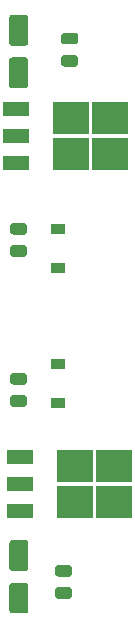
<source format=gbr>
G04 #@! TF.GenerationSoftware,KiCad,Pcbnew,5.1.5-52549c5~84~ubuntu18.04.1*
G04 #@! TF.CreationDate,2020-05-16T16:19:51-04:00*
G04 #@! TF.ProjectId,PWR_SUPPLY,5057525f-5355-4505-904c-592e6b696361,rev?*
G04 #@! TF.SameCoordinates,Original*
G04 #@! TF.FileFunction,Paste,Top*
G04 #@! TF.FilePolarity,Positive*
%FSLAX46Y46*%
G04 Gerber Fmt 4.6, Leading zero omitted, Abs format (unit mm)*
G04 Created by KiCad (PCBNEW 5.1.5-52549c5~84~ubuntu18.04.1) date 2020-05-16 16:19:51*
%MOMM*%
%LPD*%
G04 APERTURE LIST*
%ADD10R,3.050000X2.750000*%
%ADD11R,2.200000X1.200000*%
%ADD12R,1.200000X0.900000*%
%ADD13C,0.100000*%
G04 APERTURE END LIST*
D10*
X157583000Y-78995000D03*
X160933000Y-75945000D03*
X157583000Y-75945000D03*
X160933000Y-78995000D03*
D11*
X152958000Y-79750000D03*
X152958000Y-77470000D03*
X152958000Y-75190000D03*
D10*
X157905000Y-108459000D03*
X161255000Y-105409000D03*
X157905000Y-105409000D03*
X161255000Y-108459000D03*
D11*
X153280000Y-109214000D03*
X153280000Y-106934000D03*
X153280000Y-104654000D03*
D12*
X156464000Y-96776000D03*
X156464000Y-100076000D03*
X156464000Y-88644000D03*
X156464000Y-85344000D03*
D13*
G36*
X153642142Y-97557674D02*
G01*
X153665803Y-97561184D01*
X153689007Y-97566996D01*
X153711529Y-97575054D01*
X153733153Y-97585282D01*
X153753670Y-97597579D01*
X153772883Y-97611829D01*
X153790607Y-97627893D01*
X153806671Y-97645617D01*
X153820921Y-97664830D01*
X153833218Y-97685347D01*
X153843446Y-97706971D01*
X153851504Y-97729493D01*
X153857316Y-97752697D01*
X153860826Y-97776358D01*
X153862000Y-97800250D01*
X153862000Y-98287750D01*
X153860826Y-98311642D01*
X153857316Y-98335303D01*
X153851504Y-98358507D01*
X153843446Y-98381029D01*
X153833218Y-98402653D01*
X153820921Y-98423170D01*
X153806671Y-98442383D01*
X153790607Y-98460107D01*
X153772883Y-98476171D01*
X153753670Y-98490421D01*
X153733153Y-98502718D01*
X153711529Y-98512946D01*
X153689007Y-98521004D01*
X153665803Y-98526816D01*
X153642142Y-98530326D01*
X153618250Y-98531500D01*
X152705750Y-98531500D01*
X152681858Y-98530326D01*
X152658197Y-98526816D01*
X152634993Y-98521004D01*
X152612471Y-98512946D01*
X152590847Y-98502718D01*
X152570330Y-98490421D01*
X152551117Y-98476171D01*
X152533393Y-98460107D01*
X152517329Y-98442383D01*
X152503079Y-98423170D01*
X152490782Y-98402653D01*
X152480554Y-98381029D01*
X152472496Y-98358507D01*
X152466684Y-98335303D01*
X152463174Y-98311642D01*
X152462000Y-98287750D01*
X152462000Y-97800250D01*
X152463174Y-97776358D01*
X152466684Y-97752697D01*
X152472496Y-97729493D01*
X152480554Y-97706971D01*
X152490782Y-97685347D01*
X152503079Y-97664830D01*
X152517329Y-97645617D01*
X152533393Y-97627893D01*
X152551117Y-97611829D01*
X152570330Y-97597579D01*
X152590847Y-97585282D01*
X152612471Y-97575054D01*
X152634993Y-97566996D01*
X152658197Y-97561184D01*
X152681858Y-97557674D01*
X152705750Y-97556500D01*
X153618250Y-97556500D01*
X153642142Y-97557674D01*
G37*
G36*
X153642142Y-99432674D02*
G01*
X153665803Y-99436184D01*
X153689007Y-99441996D01*
X153711529Y-99450054D01*
X153733153Y-99460282D01*
X153753670Y-99472579D01*
X153772883Y-99486829D01*
X153790607Y-99502893D01*
X153806671Y-99520617D01*
X153820921Y-99539830D01*
X153833218Y-99560347D01*
X153843446Y-99581971D01*
X153851504Y-99604493D01*
X153857316Y-99627697D01*
X153860826Y-99651358D01*
X153862000Y-99675250D01*
X153862000Y-100162750D01*
X153860826Y-100186642D01*
X153857316Y-100210303D01*
X153851504Y-100233507D01*
X153843446Y-100256029D01*
X153833218Y-100277653D01*
X153820921Y-100298170D01*
X153806671Y-100317383D01*
X153790607Y-100335107D01*
X153772883Y-100351171D01*
X153753670Y-100365421D01*
X153733153Y-100377718D01*
X153711529Y-100387946D01*
X153689007Y-100396004D01*
X153665803Y-100401816D01*
X153642142Y-100405326D01*
X153618250Y-100406500D01*
X152705750Y-100406500D01*
X152681858Y-100405326D01*
X152658197Y-100401816D01*
X152634993Y-100396004D01*
X152612471Y-100387946D01*
X152590847Y-100377718D01*
X152570330Y-100365421D01*
X152551117Y-100351171D01*
X152533393Y-100335107D01*
X152517329Y-100317383D01*
X152503079Y-100298170D01*
X152490782Y-100277653D01*
X152480554Y-100256029D01*
X152472496Y-100233507D01*
X152466684Y-100210303D01*
X152463174Y-100186642D01*
X152462000Y-100162750D01*
X152462000Y-99675250D01*
X152463174Y-99651358D01*
X152466684Y-99627697D01*
X152472496Y-99604493D01*
X152480554Y-99581971D01*
X152490782Y-99560347D01*
X152503079Y-99539830D01*
X152517329Y-99520617D01*
X152533393Y-99502893D01*
X152551117Y-99486829D01*
X152570330Y-99472579D01*
X152590847Y-99460282D01*
X152612471Y-99450054D01*
X152634993Y-99441996D01*
X152658197Y-99436184D01*
X152681858Y-99432674D01*
X152705750Y-99431500D01*
X153618250Y-99431500D01*
X153642142Y-99432674D01*
G37*
G36*
X153642142Y-86732674D02*
G01*
X153665803Y-86736184D01*
X153689007Y-86741996D01*
X153711529Y-86750054D01*
X153733153Y-86760282D01*
X153753670Y-86772579D01*
X153772883Y-86786829D01*
X153790607Y-86802893D01*
X153806671Y-86820617D01*
X153820921Y-86839830D01*
X153833218Y-86860347D01*
X153843446Y-86881971D01*
X153851504Y-86904493D01*
X153857316Y-86927697D01*
X153860826Y-86951358D01*
X153862000Y-86975250D01*
X153862000Y-87462750D01*
X153860826Y-87486642D01*
X153857316Y-87510303D01*
X153851504Y-87533507D01*
X153843446Y-87556029D01*
X153833218Y-87577653D01*
X153820921Y-87598170D01*
X153806671Y-87617383D01*
X153790607Y-87635107D01*
X153772883Y-87651171D01*
X153753670Y-87665421D01*
X153733153Y-87677718D01*
X153711529Y-87687946D01*
X153689007Y-87696004D01*
X153665803Y-87701816D01*
X153642142Y-87705326D01*
X153618250Y-87706500D01*
X152705750Y-87706500D01*
X152681858Y-87705326D01*
X152658197Y-87701816D01*
X152634993Y-87696004D01*
X152612471Y-87687946D01*
X152590847Y-87677718D01*
X152570330Y-87665421D01*
X152551117Y-87651171D01*
X152533393Y-87635107D01*
X152517329Y-87617383D01*
X152503079Y-87598170D01*
X152490782Y-87577653D01*
X152480554Y-87556029D01*
X152472496Y-87533507D01*
X152466684Y-87510303D01*
X152463174Y-87486642D01*
X152462000Y-87462750D01*
X152462000Y-86975250D01*
X152463174Y-86951358D01*
X152466684Y-86927697D01*
X152472496Y-86904493D01*
X152480554Y-86881971D01*
X152490782Y-86860347D01*
X152503079Y-86839830D01*
X152517329Y-86820617D01*
X152533393Y-86802893D01*
X152551117Y-86786829D01*
X152570330Y-86772579D01*
X152590847Y-86760282D01*
X152612471Y-86750054D01*
X152634993Y-86741996D01*
X152658197Y-86736184D01*
X152681858Y-86732674D01*
X152705750Y-86731500D01*
X153618250Y-86731500D01*
X153642142Y-86732674D01*
G37*
G36*
X153642142Y-84857674D02*
G01*
X153665803Y-84861184D01*
X153689007Y-84866996D01*
X153711529Y-84875054D01*
X153733153Y-84885282D01*
X153753670Y-84897579D01*
X153772883Y-84911829D01*
X153790607Y-84927893D01*
X153806671Y-84945617D01*
X153820921Y-84964830D01*
X153833218Y-84985347D01*
X153843446Y-85006971D01*
X153851504Y-85029493D01*
X153857316Y-85052697D01*
X153860826Y-85076358D01*
X153862000Y-85100250D01*
X153862000Y-85587750D01*
X153860826Y-85611642D01*
X153857316Y-85635303D01*
X153851504Y-85658507D01*
X153843446Y-85681029D01*
X153833218Y-85702653D01*
X153820921Y-85723170D01*
X153806671Y-85742383D01*
X153790607Y-85760107D01*
X153772883Y-85776171D01*
X153753670Y-85790421D01*
X153733153Y-85802718D01*
X153711529Y-85812946D01*
X153689007Y-85821004D01*
X153665803Y-85826816D01*
X153642142Y-85830326D01*
X153618250Y-85831500D01*
X152705750Y-85831500D01*
X152681858Y-85830326D01*
X152658197Y-85826816D01*
X152634993Y-85821004D01*
X152612471Y-85812946D01*
X152590847Y-85802718D01*
X152570330Y-85790421D01*
X152551117Y-85776171D01*
X152533393Y-85760107D01*
X152517329Y-85742383D01*
X152503079Y-85723170D01*
X152490782Y-85702653D01*
X152480554Y-85681029D01*
X152472496Y-85658507D01*
X152466684Y-85635303D01*
X152463174Y-85611642D01*
X152462000Y-85587750D01*
X152462000Y-85100250D01*
X152463174Y-85076358D01*
X152466684Y-85052697D01*
X152472496Y-85029493D01*
X152480554Y-85006971D01*
X152490782Y-84985347D01*
X152503079Y-84964830D01*
X152517329Y-84945617D01*
X152533393Y-84927893D01*
X152551117Y-84911829D01*
X152570330Y-84897579D01*
X152590847Y-84885282D01*
X152612471Y-84875054D01*
X152634993Y-84866996D01*
X152658197Y-84861184D01*
X152681858Y-84857674D01*
X152705750Y-84856500D01*
X153618250Y-84856500D01*
X153642142Y-84857674D01*
G37*
G36*
X157452142Y-115688674D02*
G01*
X157475803Y-115692184D01*
X157499007Y-115697996D01*
X157521529Y-115706054D01*
X157543153Y-115716282D01*
X157563670Y-115728579D01*
X157582883Y-115742829D01*
X157600607Y-115758893D01*
X157616671Y-115776617D01*
X157630921Y-115795830D01*
X157643218Y-115816347D01*
X157653446Y-115837971D01*
X157661504Y-115860493D01*
X157667316Y-115883697D01*
X157670826Y-115907358D01*
X157672000Y-115931250D01*
X157672000Y-116418750D01*
X157670826Y-116442642D01*
X157667316Y-116466303D01*
X157661504Y-116489507D01*
X157653446Y-116512029D01*
X157643218Y-116533653D01*
X157630921Y-116554170D01*
X157616671Y-116573383D01*
X157600607Y-116591107D01*
X157582883Y-116607171D01*
X157563670Y-116621421D01*
X157543153Y-116633718D01*
X157521529Y-116643946D01*
X157499007Y-116652004D01*
X157475803Y-116657816D01*
X157452142Y-116661326D01*
X157428250Y-116662500D01*
X156515750Y-116662500D01*
X156491858Y-116661326D01*
X156468197Y-116657816D01*
X156444993Y-116652004D01*
X156422471Y-116643946D01*
X156400847Y-116633718D01*
X156380330Y-116621421D01*
X156361117Y-116607171D01*
X156343393Y-116591107D01*
X156327329Y-116573383D01*
X156313079Y-116554170D01*
X156300782Y-116533653D01*
X156290554Y-116512029D01*
X156282496Y-116489507D01*
X156276684Y-116466303D01*
X156273174Y-116442642D01*
X156272000Y-116418750D01*
X156272000Y-115931250D01*
X156273174Y-115907358D01*
X156276684Y-115883697D01*
X156282496Y-115860493D01*
X156290554Y-115837971D01*
X156300782Y-115816347D01*
X156313079Y-115795830D01*
X156327329Y-115776617D01*
X156343393Y-115758893D01*
X156361117Y-115742829D01*
X156380330Y-115728579D01*
X156400847Y-115716282D01*
X156422471Y-115706054D01*
X156444993Y-115697996D01*
X156468197Y-115692184D01*
X156491858Y-115688674D01*
X156515750Y-115687500D01*
X157428250Y-115687500D01*
X157452142Y-115688674D01*
G37*
G36*
X157452142Y-113813674D02*
G01*
X157475803Y-113817184D01*
X157499007Y-113822996D01*
X157521529Y-113831054D01*
X157543153Y-113841282D01*
X157563670Y-113853579D01*
X157582883Y-113867829D01*
X157600607Y-113883893D01*
X157616671Y-113901617D01*
X157630921Y-113920830D01*
X157643218Y-113941347D01*
X157653446Y-113962971D01*
X157661504Y-113985493D01*
X157667316Y-114008697D01*
X157670826Y-114032358D01*
X157672000Y-114056250D01*
X157672000Y-114543750D01*
X157670826Y-114567642D01*
X157667316Y-114591303D01*
X157661504Y-114614507D01*
X157653446Y-114637029D01*
X157643218Y-114658653D01*
X157630921Y-114679170D01*
X157616671Y-114698383D01*
X157600607Y-114716107D01*
X157582883Y-114732171D01*
X157563670Y-114746421D01*
X157543153Y-114758718D01*
X157521529Y-114768946D01*
X157499007Y-114777004D01*
X157475803Y-114782816D01*
X157452142Y-114786326D01*
X157428250Y-114787500D01*
X156515750Y-114787500D01*
X156491858Y-114786326D01*
X156468197Y-114782816D01*
X156444993Y-114777004D01*
X156422471Y-114768946D01*
X156400847Y-114758718D01*
X156380330Y-114746421D01*
X156361117Y-114732171D01*
X156343393Y-114716107D01*
X156327329Y-114698383D01*
X156313079Y-114679170D01*
X156300782Y-114658653D01*
X156290554Y-114637029D01*
X156282496Y-114614507D01*
X156276684Y-114591303D01*
X156273174Y-114567642D01*
X156272000Y-114543750D01*
X156272000Y-114056250D01*
X156273174Y-114032358D01*
X156276684Y-114008697D01*
X156282496Y-113985493D01*
X156290554Y-113962971D01*
X156300782Y-113941347D01*
X156313079Y-113920830D01*
X156327329Y-113901617D01*
X156343393Y-113883893D01*
X156361117Y-113867829D01*
X156380330Y-113853579D01*
X156400847Y-113841282D01*
X156422471Y-113831054D01*
X156444993Y-113822996D01*
X156468197Y-113817184D01*
X156491858Y-113813674D01*
X156515750Y-113812500D01*
X157428250Y-113812500D01*
X157452142Y-113813674D01*
G37*
G36*
X157960142Y-68758674D02*
G01*
X157983803Y-68762184D01*
X158007007Y-68767996D01*
X158029529Y-68776054D01*
X158051153Y-68786282D01*
X158071670Y-68798579D01*
X158090883Y-68812829D01*
X158108607Y-68828893D01*
X158124671Y-68846617D01*
X158138921Y-68865830D01*
X158151218Y-68886347D01*
X158161446Y-68907971D01*
X158169504Y-68930493D01*
X158175316Y-68953697D01*
X158178826Y-68977358D01*
X158180000Y-69001250D01*
X158180000Y-69488750D01*
X158178826Y-69512642D01*
X158175316Y-69536303D01*
X158169504Y-69559507D01*
X158161446Y-69582029D01*
X158151218Y-69603653D01*
X158138921Y-69624170D01*
X158124671Y-69643383D01*
X158108607Y-69661107D01*
X158090883Y-69677171D01*
X158071670Y-69691421D01*
X158051153Y-69703718D01*
X158029529Y-69713946D01*
X158007007Y-69722004D01*
X157983803Y-69727816D01*
X157960142Y-69731326D01*
X157936250Y-69732500D01*
X157023750Y-69732500D01*
X156999858Y-69731326D01*
X156976197Y-69727816D01*
X156952993Y-69722004D01*
X156930471Y-69713946D01*
X156908847Y-69703718D01*
X156888330Y-69691421D01*
X156869117Y-69677171D01*
X156851393Y-69661107D01*
X156835329Y-69643383D01*
X156821079Y-69624170D01*
X156808782Y-69603653D01*
X156798554Y-69582029D01*
X156790496Y-69559507D01*
X156784684Y-69536303D01*
X156781174Y-69512642D01*
X156780000Y-69488750D01*
X156780000Y-69001250D01*
X156781174Y-68977358D01*
X156784684Y-68953697D01*
X156790496Y-68930493D01*
X156798554Y-68907971D01*
X156808782Y-68886347D01*
X156821079Y-68865830D01*
X156835329Y-68846617D01*
X156851393Y-68828893D01*
X156869117Y-68812829D01*
X156888330Y-68798579D01*
X156908847Y-68786282D01*
X156930471Y-68776054D01*
X156952993Y-68767996D01*
X156976197Y-68762184D01*
X156999858Y-68758674D01*
X157023750Y-68757500D01*
X157936250Y-68757500D01*
X157960142Y-68758674D01*
G37*
G36*
X157960142Y-70633674D02*
G01*
X157983803Y-70637184D01*
X158007007Y-70642996D01*
X158029529Y-70651054D01*
X158051153Y-70661282D01*
X158071670Y-70673579D01*
X158090883Y-70687829D01*
X158108607Y-70703893D01*
X158124671Y-70721617D01*
X158138921Y-70740830D01*
X158151218Y-70761347D01*
X158161446Y-70782971D01*
X158169504Y-70805493D01*
X158175316Y-70828697D01*
X158178826Y-70852358D01*
X158180000Y-70876250D01*
X158180000Y-71363750D01*
X158178826Y-71387642D01*
X158175316Y-71411303D01*
X158169504Y-71434507D01*
X158161446Y-71457029D01*
X158151218Y-71478653D01*
X158138921Y-71499170D01*
X158124671Y-71518383D01*
X158108607Y-71536107D01*
X158090883Y-71552171D01*
X158071670Y-71566421D01*
X158051153Y-71578718D01*
X158029529Y-71588946D01*
X158007007Y-71597004D01*
X157983803Y-71602816D01*
X157960142Y-71606326D01*
X157936250Y-71607500D01*
X157023750Y-71607500D01*
X156999858Y-71606326D01*
X156976197Y-71602816D01*
X156952993Y-71597004D01*
X156930471Y-71588946D01*
X156908847Y-71578718D01*
X156888330Y-71566421D01*
X156869117Y-71552171D01*
X156851393Y-71536107D01*
X156835329Y-71518383D01*
X156821079Y-71499170D01*
X156808782Y-71478653D01*
X156798554Y-71457029D01*
X156790496Y-71434507D01*
X156784684Y-71411303D01*
X156781174Y-71387642D01*
X156780000Y-71363750D01*
X156780000Y-70876250D01*
X156781174Y-70852358D01*
X156784684Y-70828697D01*
X156790496Y-70805493D01*
X156798554Y-70782971D01*
X156808782Y-70761347D01*
X156821079Y-70740830D01*
X156835329Y-70721617D01*
X156851393Y-70703893D01*
X156869117Y-70687829D01*
X156888330Y-70673579D01*
X156908847Y-70661282D01*
X156930471Y-70651054D01*
X156952993Y-70642996D01*
X156976197Y-70637184D01*
X156999858Y-70633674D01*
X157023750Y-70632500D01*
X157936250Y-70632500D01*
X157960142Y-70633674D01*
G37*
G36*
X153758504Y-115309204D02*
G01*
X153782773Y-115312804D01*
X153806571Y-115318765D01*
X153829671Y-115327030D01*
X153851849Y-115337520D01*
X153872893Y-115350133D01*
X153892598Y-115364747D01*
X153910777Y-115381223D01*
X153927253Y-115399402D01*
X153941867Y-115419107D01*
X153954480Y-115440151D01*
X153964970Y-115462329D01*
X153973235Y-115485429D01*
X153979196Y-115509227D01*
X153982796Y-115533496D01*
X153984000Y-115558000D01*
X153984000Y-117658000D01*
X153982796Y-117682504D01*
X153979196Y-117706773D01*
X153973235Y-117730571D01*
X153964970Y-117753671D01*
X153954480Y-117775849D01*
X153941867Y-117796893D01*
X153927253Y-117816598D01*
X153910777Y-117834777D01*
X153892598Y-117851253D01*
X153872893Y-117865867D01*
X153851849Y-117878480D01*
X153829671Y-117888970D01*
X153806571Y-117897235D01*
X153782773Y-117903196D01*
X153758504Y-117906796D01*
X153734000Y-117908000D01*
X152634000Y-117908000D01*
X152609496Y-117906796D01*
X152585227Y-117903196D01*
X152561429Y-117897235D01*
X152538329Y-117888970D01*
X152516151Y-117878480D01*
X152495107Y-117865867D01*
X152475402Y-117851253D01*
X152457223Y-117834777D01*
X152440747Y-117816598D01*
X152426133Y-117796893D01*
X152413520Y-117775849D01*
X152403030Y-117753671D01*
X152394765Y-117730571D01*
X152388804Y-117706773D01*
X152385204Y-117682504D01*
X152384000Y-117658000D01*
X152384000Y-115558000D01*
X152385204Y-115533496D01*
X152388804Y-115509227D01*
X152394765Y-115485429D01*
X152403030Y-115462329D01*
X152413520Y-115440151D01*
X152426133Y-115419107D01*
X152440747Y-115399402D01*
X152457223Y-115381223D01*
X152475402Y-115364747D01*
X152495107Y-115350133D01*
X152516151Y-115337520D01*
X152538329Y-115327030D01*
X152561429Y-115318765D01*
X152585227Y-115312804D01*
X152609496Y-115309204D01*
X152634000Y-115308000D01*
X153734000Y-115308000D01*
X153758504Y-115309204D01*
G37*
G36*
X153758504Y-111709204D02*
G01*
X153782773Y-111712804D01*
X153806571Y-111718765D01*
X153829671Y-111727030D01*
X153851849Y-111737520D01*
X153872893Y-111750133D01*
X153892598Y-111764747D01*
X153910777Y-111781223D01*
X153927253Y-111799402D01*
X153941867Y-111819107D01*
X153954480Y-111840151D01*
X153964970Y-111862329D01*
X153973235Y-111885429D01*
X153979196Y-111909227D01*
X153982796Y-111933496D01*
X153984000Y-111958000D01*
X153984000Y-114058000D01*
X153982796Y-114082504D01*
X153979196Y-114106773D01*
X153973235Y-114130571D01*
X153964970Y-114153671D01*
X153954480Y-114175849D01*
X153941867Y-114196893D01*
X153927253Y-114216598D01*
X153910777Y-114234777D01*
X153892598Y-114251253D01*
X153872893Y-114265867D01*
X153851849Y-114278480D01*
X153829671Y-114288970D01*
X153806571Y-114297235D01*
X153782773Y-114303196D01*
X153758504Y-114306796D01*
X153734000Y-114308000D01*
X152634000Y-114308000D01*
X152609496Y-114306796D01*
X152585227Y-114303196D01*
X152561429Y-114297235D01*
X152538329Y-114288970D01*
X152516151Y-114278480D01*
X152495107Y-114265867D01*
X152475402Y-114251253D01*
X152457223Y-114234777D01*
X152440747Y-114216598D01*
X152426133Y-114196893D01*
X152413520Y-114175849D01*
X152403030Y-114153671D01*
X152394765Y-114130571D01*
X152388804Y-114106773D01*
X152385204Y-114082504D01*
X152384000Y-114058000D01*
X152384000Y-111958000D01*
X152385204Y-111933496D01*
X152388804Y-111909227D01*
X152394765Y-111885429D01*
X152403030Y-111862329D01*
X152413520Y-111840151D01*
X152426133Y-111819107D01*
X152440747Y-111799402D01*
X152457223Y-111781223D01*
X152475402Y-111764747D01*
X152495107Y-111750133D01*
X152516151Y-111737520D01*
X152538329Y-111727030D01*
X152561429Y-111718765D01*
X152585227Y-111712804D01*
X152609496Y-111709204D01*
X152634000Y-111708000D01*
X153734000Y-111708000D01*
X153758504Y-111709204D01*
G37*
G36*
X153736504Y-67237204D02*
G01*
X153760773Y-67240804D01*
X153784571Y-67246765D01*
X153807671Y-67255030D01*
X153829849Y-67265520D01*
X153850893Y-67278133D01*
X153870598Y-67292747D01*
X153888777Y-67309223D01*
X153905253Y-67327402D01*
X153919867Y-67347107D01*
X153932480Y-67368151D01*
X153942970Y-67390329D01*
X153951235Y-67413429D01*
X153957196Y-67437227D01*
X153960796Y-67461496D01*
X153962000Y-67486000D01*
X153962000Y-69586000D01*
X153960796Y-69610504D01*
X153957196Y-69634773D01*
X153951235Y-69658571D01*
X153942970Y-69681671D01*
X153932480Y-69703849D01*
X153919867Y-69724893D01*
X153905253Y-69744598D01*
X153888777Y-69762777D01*
X153870598Y-69779253D01*
X153850893Y-69793867D01*
X153829849Y-69806480D01*
X153807671Y-69816970D01*
X153784571Y-69825235D01*
X153760773Y-69831196D01*
X153736504Y-69834796D01*
X153712000Y-69836000D01*
X152612000Y-69836000D01*
X152587496Y-69834796D01*
X152563227Y-69831196D01*
X152539429Y-69825235D01*
X152516329Y-69816970D01*
X152494151Y-69806480D01*
X152473107Y-69793867D01*
X152453402Y-69779253D01*
X152435223Y-69762777D01*
X152418747Y-69744598D01*
X152404133Y-69724893D01*
X152391520Y-69703849D01*
X152381030Y-69681671D01*
X152372765Y-69658571D01*
X152366804Y-69634773D01*
X152363204Y-69610504D01*
X152362000Y-69586000D01*
X152362000Y-67486000D01*
X152363204Y-67461496D01*
X152366804Y-67437227D01*
X152372765Y-67413429D01*
X152381030Y-67390329D01*
X152391520Y-67368151D01*
X152404133Y-67347107D01*
X152418747Y-67327402D01*
X152435223Y-67309223D01*
X152453402Y-67292747D01*
X152473107Y-67278133D01*
X152494151Y-67265520D01*
X152516329Y-67255030D01*
X152539429Y-67246765D01*
X152563227Y-67240804D01*
X152587496Y-67237204D01*
X152612000Y-67236000D01*
X153712000Y-67236000D01*
X153736504Y-67237204D01*
G37*
G36*
X153736504Y-70837204D02*
G01*
X153760773Y-70840804D01*
X153784571Y-70846765D01*
X153807671Y-70855030D01*
X153829849Y-70865520D01*
X153850893Y-70878133D01*
X153870598Y-70892747D01*
X153888777Y-70909223D01*
X153905253Y-70927402D01*
X153919867Y-70947107D01*
X153932480Y-70968151D01*
X153942970Y-70990329D01*
X153951235Y-71013429D01*
X153957196Y-71037227D01*
X153960796Y-71061496D01*
X153962000Y-71086000D01*
X153962000Y-73186000D01*
X153960796Y-73210504D01*
X153957196Y-73234773D01*
X153951235Y-73258571D01*
X153942970Y-73281671D01*
X153932480Y-73303849D01*
X153919867Y-73324893D01*
X153905253Y-73344598D01*
X153888777Y-73362777D01*
X153870598Y-73379253D01*
X153850893Y-73393867D01*
X153829849Y-73406480D01*
X153807671Y-73416970D01*
X153784571Y-73425235D01*
X153760773Y-73431196D01*
X153736504Y-73434796D01*
X153712000Y-73436000D01*
X152612000Y-73436000D01*
X152587496Y-73434796D01*
X152563227Y-73431196D01*
X152539429Y-73425235D01*
X152516329Y-73416970D01*
X152494151Y-73406480D01*
X152473107Y-73393867D01*
X152453402Y-73379253D01*
X152435223Y-73362777D01*
X152418747Y-73344598D01*
X152404133Y-73324893D01*
X152391520Y-73303849D01*
X152381030Y-73281671D01*
X152372765Y-73258571D01*
X152366804Y-73234773D01*
X152363204Y-73210504D01*
X152362000Y-73186000D01*
X152362000Y-71086000D01*
X152363204Y-71061496D01*
X152366804Y-71037227D01*
X152372765Y-71013429D01*
X152381030Y-70990329D01*
X152391520Y-70968151D01*
X152404133Y-70947107D01*
X152418747Y-70927402D01*
X152435223Y-70909223D01*
X152453402Y-70892747D01*
X152473107Y-70878133D01*
X152494151Y-70865520D01*
X152516329Y-70855030D01*
X152539429Y-70846765D01*
X152563227Y-70840804D01*
X152587496Y-70837204D01*
X152612000Y-70836000D01*
X153712000Y-70836000D01*
X153736504Y-70837204D01*
G37*
M02*

</source>
